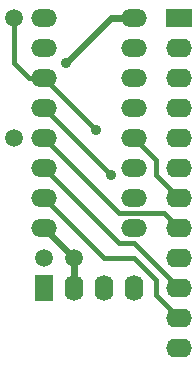
<source format=gtl>
G04 (created by PCBNEW (2013-jun-18)-testing) date Sun 14 Jul 2013 06:43:36 PM EEST*
%MOIN*%
G04 Gerber Fmt 3.4, Leading zero omitted, Abs format*
%FSLAX34Y34*%
G01*
G70*
G90*
G04 APERTURE LIST*
%ADD10C,0.005906*%
%ADD11R,0.062992X0.086614*%
%ADD12O,0.062992X0.086614*%
%ADD13O,0.086614X0.059055*%
%ADD14R,0.086614X0.062992*%
%ADD15O,0.086614X0.062992*%
%ADD16C,0.059055*%
%ADD17C,0.035000*%
%ADD18C,0.016000*%
%ADD19C,0.024000*%
G04 APERTURE END LIST*
G54D10*
G54D11*
X1750Y2750D03*
G54D12*
X2750Y2750D03*
X3750Y2750D03*
X4750Y2750D03*
G54D13*
X4750Y4750D03*
X4750Y5750D03*
X4750Y6750D03*
X4750Y7750D03*
X4750Y8750D03*
X4750Y9750D03*
X4750Y10750D03*
X4750Y11750D03*
X1750Y11750D03*
X1750Y10750D03*
X1750Y9750D03*
X1750Y8750D03*
X1750Y7750D03*
X1750Y6750D03*
X1750Y5750D03*
X1750Y4750D03*
G54D14*
X6250Y11750D03*
G54D15*
X6250Y10750D03*
X6250Y9750D03*
X6250Y8750D03*
X6250Y7750D03*
X6250Y6750D03*
X6250Y5750D03*
X6250Y4750D03*
X6250Y3750D03*
X6250Y2750D03*
X6250Y1750D03*
X6250Y750D03*
G54D16*
X750Y11750D03*
X750Y7750D03*
X2750Y3750D03*
X1750Y3750D03*
G54D17*
X4000Y6500D03*
X3500Y8000D03*
X2500Y10250D03*
G54D18*
X6250Y11750D02*
X6250Y11750D01*
X5500Y2500D02*
X6250Y1750D01*
X5500Y3000D02*
X5500Y2500D01*
X4750Y3750D02*
X5500Y3000D01*
X1750Y5750D02*
X3750Y3750D01*
X3750Y3750D02*
X4750Y3750D01*
X1750Y5750D02*
X1750Y5750D01*
X6250Y5750D02*
X5500Y6500D01*
X5500Y6500D02*
X5500Y7000D01*
X5500Y7000D02*
X4750Y7750D01*
X5750Y5250D02*
X6250Y4750D01*
X1750Y7750D02*
X4250Y5250D01*
X4250Y5250D02*
X5750Y5250D01*
X1750Y8750D02*
X4000Y6500D01*
X4750Y4250D02*
X6250Y2750D01*
X6250Y2750D02*
X6250Y2750D01*
X6250Y2750D02*
X6250Y2750D01*
X1750Y6750D02*
X4250Y4250D01*
X4250Y4250D02*
X4750Y4250D01*
X1750Y9750D02*
X1250Y9750D01*
X750Y10250D02*
X750Y11750D01*
X1250Y9750D02*
X750Y10250D01*
X3500Y8000D02*
X1750Y9750D01*
G54D19*
X2500Y10250D02*
X4000Y11750D01*
X4000Y11750D02*
X4750Y11750D01*
X2750Y3750D02*
X2750Y2750D01*
X1750Y4750D02*
X2750Y3750D01*
M02*

</source>
